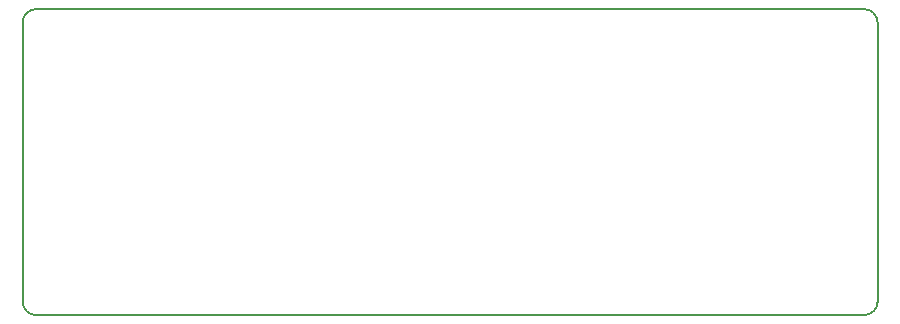
<source format=gbr>
G04 #@! TF.GenerationSoftware,KiCad,Pcbnew,(5.1.9)-1*
G04 #@! TF.CreationDate,2021-05-08T11:49:02+01:00*
G04 #@! TF.ProjectId,RGBtoHDMI Amiga Denise DIP Breakout FFC,52474274-6f48-4444-9d49-20416d696761,v2++ Rev 2*
G04 #@! TF.SameCoordinates,Original*
G04 #@! TF.FileFunction,Profile,NP*
%FSLAX46Y46*%
G04 Gerber Fmt 4.6, Leading zero omitted, Abs format (unit mm)*
G04 Created by KiCad (PCBNEW (5.1.9)-1) date 2021-05-08 11:49:02*
%MOMM*%
%LPD*%
G01*
G04 APERTURE LIST*
G04 #@! TA.AperFunction,Profile*
%ADD10C,0.200000*%
G04 #@! TD*
G04 APERTURE END LIST*
D10*
X101600000Y-63754000D02*
G75*
G02*
X102743000Y-62611000I1143000J0D01*
G01*
X102743000Y-88519000D02*
G75*
G02*
X101600000Y-87376000I0J1143000D01*
G01*
X173990000Y-87376000D02*
G75*
G02*
X172847000Y-88519000I-1143000J0D01*
G01*
X172847000Y-62611000D02*
G75*
G02*
X173990000Y-63754000I0J-1143000D01*
G01*
X172847000Y-88519000D02*
X102743000Y-88519000D01*
X173990000Y-63754000D02*
X173990000Y-87376000D01*
X172847000Y-62611000D02*
X102743000Y-62611000D01*
X101600000Y-63754000D02*
X101600000Y-87376000D01*
M02*

</source>
